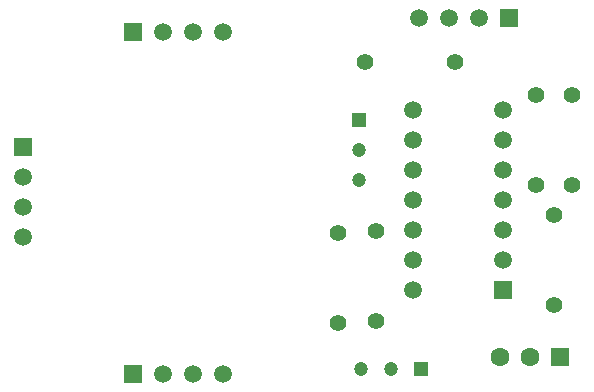
<source format=gtl>
%TF.GenerationSoftware,Altium Limited,Altium Designer,23.11.1 (41)*%
G04 Layer_Physical_Order=1*
G04 Layer_Color=255*
%FSLAX45Y45*%
%MOMM*%
%TF.SameCoordinates,18DA1BFE-AB01-4B7C-B155-7CF3A37A3822*%
%TF.FilePolarity,Positive*%
%TF.FileFunction,Copper,L1,Top,Signal*%
%TF.Part,Single*%
G01*
G75*
%TA.AperFunction,ComponentPad*%
%ADD10R,1.20000X1.20000*%
%ADD11C,1.20000*%
%ADD12R,1.20000X1.20000*%
%ADD13R,1.50000X1.50000*%
%ADD14C,1.50000*%
%ADD15C,1.40000*%
%ADD16R,1.50000X1.50000*%
%ADD17R,1.60000X1.60000*%
%ADD18C,1.60000*%
D10*
X3175000Y-1257300D02*
D03*
D11*
Y-1511300D02*
D03*
Y-1765300D02*
D03*
X3441700Y-3365500D02*
D03*
X3187700D02*
D03*
D12*
X3695700D02*
D03*
D13*
X4394200Y-2692400D02*
D03*
X1257300Y-508000D02*
D03*
Y-3403600D02*
D03*
X4445000Y-393700D02*
D03*
D14*
X4394200Y-2438400D02*
D03*
Y-2184400D02*
D03*
Y-1930400D02*
D03*
Y-1676400D02*
D03*
Y-1422400D02*
D03*
Y-1168400D02*
D03*
X3632200Y-2692400D02*
D03*
Y-2438400D02*
D03*
Y-2184400D02*
D03*
Y-1930400D02*
D03*
Y-1676400D02*
D03*
Y-1422400D02*
D03*
Y-1168400D02*
D03*
X1511300Y-508000D02*
D03*
X1765300D02*
D03*
X2019300D02*
D03*
X1511300Y-3403600D02*
D03*
X1765300D02*
D03*
X2019300D02*
D03*
X3683000Y-393700D02*
D03*
X3937000D02*
D03*
X4191000D02*
D03*
X330200Y-2247900D02*
D03*
Y-1993900D02*
D03*
Y-1739900D02*
D03*
D15*
X4673600Y-1803400D02*
D03*
Y-1041400D02*
D03*
X4978400Y-1803400D02*
D03*
Y-1041400D02*
D03*
X4826000Y-2057400D02*
D03*
Y-2819400D02*
D03*
X3225800Y-762000D02*
D03*
X3987800D02*
D03*
X2997200Y-2971800D02*
D03*
Y-2209800D02*
D03*
X3314700Y-2197100D02*
D03*
Y-2959100D02*
D03*
D16*
X330200Y-1485900D02*
D03*
D17*
X4876800Y-3263900D02*
D03*
D18*
X4622800D02*
D03*
X4368800D02*
D03*
%TF.MD5,30dd7e81ef626a58d94003e1577ede33*%
M02*

</source>
